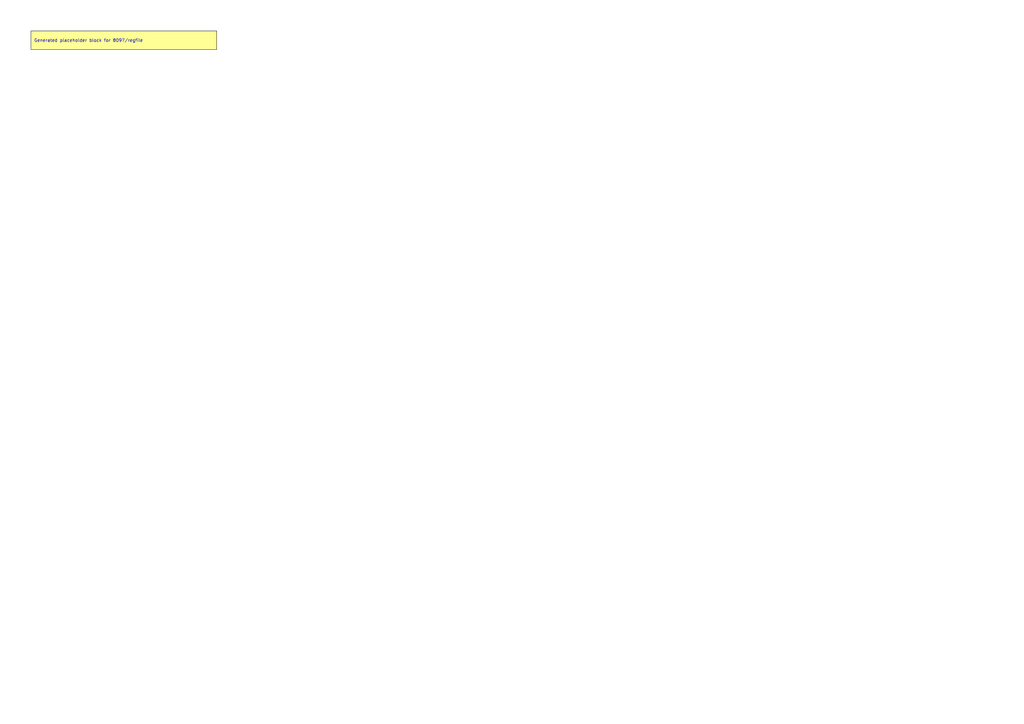
<source format=kicad_sch>
(kicad_sch
	(version 20250114)
	(generator "kicadgen")
	(generator_version "0.1")
	(uuid "a6dfb40f-2239-5679-986b-4bcdae3a2f75")
	(paper "A3")
	(title_block
		(title "8097::regfile")
		(company "Project Carbon")
		(comment 1 "Generated - do not edit in generated/")
		(comment 2 "Edit in schem/kicad9/manual/ or refine mapping specs")
	)
	(lib_symbols)
	(text_box
		"Generated placeholder block for 8097/regfile"
		(exclude_from_sim no)
		(at
			12.7
			12.7
			0
		)
		(size 76.2 7.62)
		(margins
			1.27
			1.27
			1.27
			1.27
		)
		(stroke
			(width 0)
			(type default)
			(color
				0
				0
				0
				1
			)
		)
		(fill
			(type color)
			(color
				255
				255
				150
				1
			)
		)
		(effects
			(font
				(size 1.27 1.27)
			)
			(justify left)
		)
		(uuid "6d107169-1d1e-5f74-9504-1fc1bb09956d")
	)
	(sheet_instances
		(path
			"/"
			(page "1")
		)
	)
	(embedded_fonts no)
)

</source>
